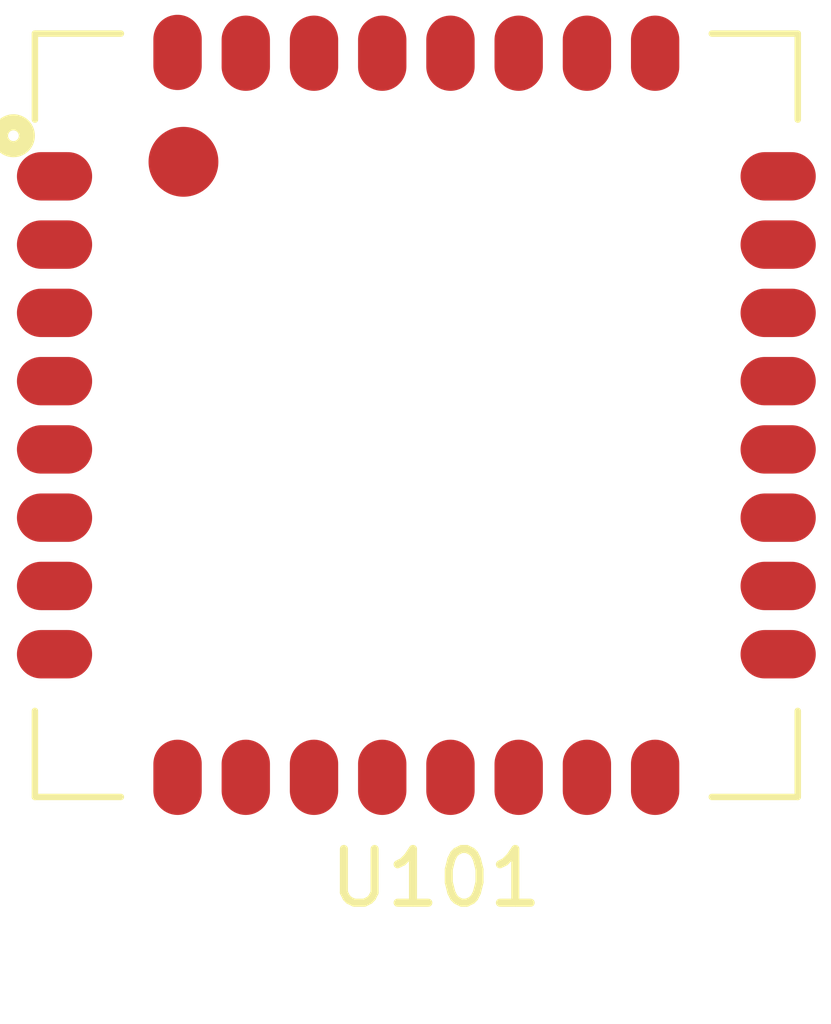
<source format=kicad_pcb>
(kicad_pcb (version 20240108) (generator "pcbnew") (generator_version "8.0")
  (layers (0 "F.Cu" signal) (31 "B.Cu" signal) (34 "B.Paste" user) (35 "F.Paste" user) (36 "B.SilkS" user "B.Silkscreen") (37 "F.SilkS" user "F.Silkscreen") (38 "B.Mask" user) (39 "F.Mask" user) (44 "Edge.Cuts" user))
  (net 0 "")
  (net 2 "GND")
  (net 6 "/RXD")
  (net 7 "/SET")
  (net 11 "/RST")
  (net 14 "/PRG")
  (net 25 "/TXD")
  (net 28 "VDD")
  (footprint "WOBCLibrary:TWELITE-SMD" (layer "F.Cu") (at 154.385 94.525)
    (property "Reference" "U101" (at 0.365736 8.612759 0) (layer "F.SilkS"))
    (property "Value" "TWE-L-WX")
    (fp_line (start -7.1 -7.1) (end -7.1 -5.5) (stroke (width 0.12)) (layer "F.SilkS"))
    (fp_line (start -7.1 -7.1) (end -5.5 -7.1) (stroke (width 0.12)) (layer "F.SilkS"))
    (fp_line (start -7.1 7.1) (end -7.1 5.5) (stroke (width 0.12)) (layer "F.SilkS"))
    (fp_line (start -5.5 7.1) (end -7.1 7.1) (stroke (width 0.12)) (layer "F.SilkS"))
    (fp_line (start 7.1 -7.1) (end 5.5 -7.1) (stroke (width 0.12)) (layer "F.SilkS"))
    (fp_line (start 7.1 -7.1) (end 7.1 -5.5) (stroke (width 0.12)) (layer "F.SilkS"))
    (fp_line (start 7.1 7.1) (end 5.5 7.1) (stroke (width 0.12)) (layer "F.SilkS"))
    (fp_line (start 7.1 7.1) (end 7.1 5.5) (stroke (width 0.12)) (layer "F.SilkS"))
    (fp_circle (center -7.5 -5.2) (end -7.4 -5.2) (stroke (width 0.3)) (fill none) (layer "F.SilkS"))
    (pad "" smd circle (at -4.335 -4.715) (size 1.3 1.3) (layers "F.Cu" "F.Mask"))
    (pad "1" smd oval (at -6.735 -4.445 180) (size 1.4 0.9) (layers "F.Cu" "F.Paste" "F.Mask"))
    (pad "2" smd oval (at -6.735 -3.175 180) (size 1.4 0.9) (layers "F.Cu" "F.Paste" "F.Mask") (net 14 "/PRG"))
    (pad "3" smd oval (at -6.735 -1.905 180) (size 1.4 0.9) (layers "F.Cu" "F.Paste" "F.Mask"))
    (pad "4" smd oval (at -6.735 -0.635 180) (size 1.4 0.9) (layers "F.Cu" "F.Paste" "F.Mask"))
    (pad "5" smd oval (at -6.735 0.635 180) (size 1.4 0.9) (layers "F.Cu" "F.Paste" "F.Mask") (net 28 "VDD"))
    (pad "6" smd oval (at -6.735 1.905 180) (size 1.4 0.9) (layers "F.Cu" "F.Paste" "F.Mask"))
    (pad "7" smd oval (at -6.735 3.175 180) (size 1.4 0.9) (layers "F.Cu" "F.Paste" "F.Mask"))
    (pad "8" smd oval (at -6.735 4.445 180) (size 1.4 0.9) (layers "F.Cu" "F.Paste" "F.Mask") (net 25 "/TXD"))
    (pad "9" smd oval (at -4.445 6.735 270) (size 1.4 0.9) (layers "F.Cu" "F.Paste" "F.Mask") (net 6 "/RXD"))
    (pad "10" smd oval (at -3.175 6.735 270) (size 1.4 0.9) (layers "F.Cu" "F.Paste" "F.Mask"))
    (pad "11" smd oval (at -1.905 6.735 270) (size 1.4 0.9) (layers "F.Cu" "F.Paste" "F.Mask"))
    (pad "12" smd oval (at -0.635 6.735 270) (size 1.4 0.9) (layers "F.Cu" "F.Paste" "F.Mask"))
    (pad "13" smd oval (at 0.635 6.735 270) (size 1.4 0.9) (layers "F.Cu" "F.Paste" "F.Mask") (net 7 "/SET"))
    (pad "14" smd oval (at 1.905 6.735 270) (size 1.4 0.9) (layers "F.Cu" "F.Paste" "F.Mask"))
    (pad "15" smd oval (at 3.175 6.735 270) (size 1.4 0.9) (layers "F.Cu" "F.Paste" "F.Mask"))
    (pad "16" smd oval (at 4.445 6.735 270) (size 1.4 0.9) (layers "F.Cu" "F.Paste" "F.Mask"))
    (pad "17" smd oval (at 6.735 4.445) (size 1.4 0.9) (layers "F.Cu" "F.Paste" "F.Mask"))
    (pad "18" smd oval (at 6.735 3.175) (size 1.4 0.9) (layers "F.Cu" "F.Paste" "F.Mask"))
    (pad "19" smd oval (at 6.735 1.905) (size 1.4 0.9) (layers "F.Cu" "F.Paste" "F.Mask"))
    (pad "20" smd oval (at 6.735 0.635) (size 1.4 0.9) (layers "F.Cu" "F.Paste" "F.Mask") (net 2 "GND"))
    (pad "21" smd oval (at 6.735 -0.635) (size 1.4 0.9) (layers "F.Cu" "F.Paste" "F.Mask") (net 11 "/RST"))
    (pad "22" smd oval (at 6.735 -1.905) (size 1.4 0.9) (layers "F.Cu" "F.Paste" "F.Mask"))
    (pad "23" smd oval (at 6.735 -3.175) (size 1.4 0.9) (layers "F.Cu" "F.Paste" "F.Mask"))
    (pad "24" smd oval (at 6.735 -4.445) (size 1.4 0.9) (layers "F.Cu" "F.Paste" "F.Mask"))
    (pad "25" smd oval (at 4.445 -6.735 90) (size 1.4 0.9) (layers "F.Cu" "F.Paste" "F.Mask"))
    (pad "26" smd oval (at 3.175 -6.735 90) (size 1.4 0.9) (layers "F.Cu" "F.Paste" "F.Mask"))
    (pad "27" smd oval (at 1.905 -6.735 90) (size 1.4 0.9) (layers "F.Cu" "F.Paste" "F.Mask"))
    (pad "28" smd oval (at 0.635 -6.735 90) (size 1.4 0.9) (layers "F.Cu" "F.Paste" "F.Mask") (net 2 "GND"))
    (pad "29" smd oval (at -0.635 -6.735 90) (size 1.4 0.9) (layers "F.Cu" "F.Paste" "F.Mask"))
    (pad "30" smd oval (at -1.905 -6.735 90) (size 1.4 0.9) (layers "F.Cu" "F.Paste" "F.Mask") (net 2 "GND"))
    (pad "31" smd oval (at -3.175 -6.735 90) (size 1.4 0.9) (layers "F.Cu" "F.Paste" "F.Mask") (net 2 "GND"))
    (pad "32" smd oval (at -4.445 -6.75 90) (size 1.4 0.9) (layers "F.Cu" "F.Paste" "F.Mask") (net 2 "GND"))
  )
)
</source>
